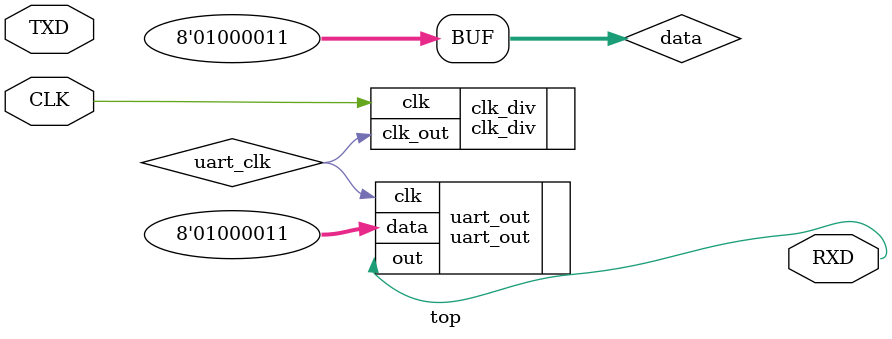
<source format=v>
module top(
	input CLK,

	output RXD,
	input TXD
);


wire uart_clk;
reg [7:0]data = 8'b1000011;	//8'h61;	// A

clk_div #(.x(15), .y(5000)) clk_div(.clk(CLK), .clk_out(uart_clk));
uart_out uart_out(.clk(uart_clk), .out(RXD), .data(data));
//uart_in uart_in(.clk(uart_clk), .in(TXD), .data(data));

endmodule

</source>
